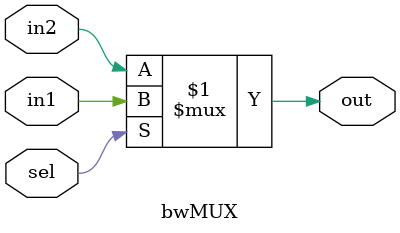
<source format=v>
module bwMUX
(
    input in1,
    input in2,  
    input sel,
    output out
);
assign out = sel ? in1 : in2;
endmodule
</source>
